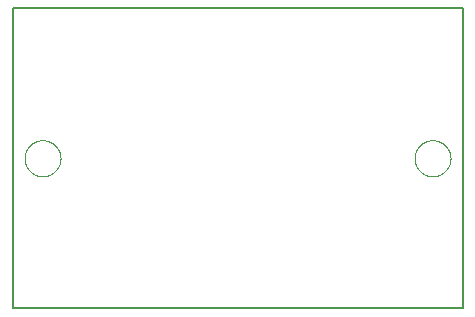
<source format=gko>
G75*
%MOIN*%
%OFA0B0*%
%FSLAX25Y25*%
%IPPOS*%
%LPD*%
%AMOC8*
5,1,8,0,0,1.08239X$1,22.5*
%
%ADD10C,0.00800*%
%ADD11C,0.00000*%
D10*
X0093333Y0281400D02*
X0093333Y0381400D01*
X0243333Y0381400D01*
X0243333Y0281400D01*
X0093333Y0281400D01*
D11*
X0097333Y0331400D02*
X0097335Y0331554D01*
X0097341Y0331709D01*
X0097351Y0331863D01*
X0097365Y0332017D01*
X0097383Y0332170D01*
X0097404Y0332323D01*
X0097430Y0332476D01*
X0097460Y0332627D01*
X0097493Y0332778D01*
X0097531Y0332928D01*
X0097572Y0333077D01*
X0097617Y0333225D01*
X0097666Y0333371D01*
X0097719Y0333517D01*
X0097775Y0333660D01*
X0097835Y0333803D01*
X0097899Y0333943D01*
X0097966Y0334083D01*
X0098037Y0334220D01*
X0098111Y0334355D01*
X0098189Y0334489D01*
X0098270Y0334620D01*
X0098355Y0334749D01*
X0098443Y0334877D01*
X0098534Y0335001D01*
X0098628Y0335124D01*
X0098726Y0335244D01*
X0098826Y0335361D01*
X0098930Y0335476D01*
X0099036Y0335588D01*
X0099145Y0335697D01*
X0099257Y0335803D01*
X0099372Y0335907D01*
X0099489Y0336007D01*
X0099609Y0336105D01*
X0099732Y0336199D01*
X0099856Y0336290D01*
X0099984Y0336378D01*
X0100113Y0336463D01*
X0100244Y0336544D01*
X0100378Y0336622D01*
X0100513Y0336696D01*
X0100650Y0336767D01*
X0100790Y0336834D01*
X0100930Y0336898D01*
X0101073Y0336958D01*
X0101216Y0337014D01*
X0101362Y0337067D01*
X0101508Y0337116D01*
X0101656Y0337161D01*
X0101805Y0337202D01*
X0101955Y0337240D01*
X0102106Y0337273D01*
X0102257Y0337303D01*
X0102410Y0337329D01*
X0102563Y0337350D01*
X0102716Y0337368D01*
X0102870Y0337382D01*
X0103024Y0337392D01*
X0103179Y0337398D01*
X0103333Y0337400D01*
X0103487Y0337398D01*
X0103642Y0337392D01*
X0103796Y0337382D01*
X0103950Y0337368D01*
X0104103Y0337350D01*
X0104256Y0337329D01*
X0104409Y0337303D01*
X0104560Y0337273D01*
X0104711Y0337240D01*
X0104861Y0337202D01*
X0105010Y0337161D01*
X0105158Y0337116D01*
X0105304Y0337067D01*
X0105450Y0337014D01*
X0105593Y0336958D01*
X0105736Y0336898D01*
X0105876Y0336834D01*
X0106016Y0336767D01*
X0106153Y0336696D01*
X0106288Y0336622D01*
X0106422Y0336544D01*
X0106553Y0336463D01*
X0106682Y0336378D01*
X0106810Y0336290D01*
X0106934Y0336199D01*
X0107057Y0336105D01*
X0107177Y0336007D01*
X0107294Y0335907D01*
X0107409Y0335803D01*
X0107521Y0335697D01*
X0107630Y0335588D01*
X0107736Y0335476D01*
X0107840Y0335361D01*
X0107940Y0335244D01*
X0108038Y0335124D01*
X0108132Y0335001D01*
X0108223Y0334877D01*
X0108311Y0334749D01*
X0108396Y0334620D01*
X0108477Y0334489D01*
X0108555Y0334355D01*
X0108629Y0334220D01*
X0108700Y0334083D01*
X0108767Y0333943D01*
X0108831Y0333803D01*
X0108891Y0333660D01*
X0108947Y0333517D01*
X0109000Y0333371D01*
X0109049Y0333225D01*
X0109094Y0333077D01*
X0109135Y0332928D01*
X0109173Y0332778D01*
X0109206Y0332627D01*
X0109236Y0332476D01*
X0109262Y0332323D01*
X0109283Y0332170D01*
X0109301Y0332017D01*
X0109315Y0331863D01*
X0109325Y0331709D01*
X0109331Y0331554D01*
X0109333Y0331400D01*
X0109331Y0331246D01*
X0109325Y0331091D01*
X0109315Y0330937D01*
X0109301Y0330783D01*
X0109283Y0330630D01*
X0109262Y0330477D01*
X0109236Y0330324D01*
X0109206Y0330173D01*
X0109173Y0330022D01*
X0109135Y0329872D01*
X0109094Y0329723D01*
X0109049Y0329575D01*
X0109000Y0329429D01*
X0108947Y0329283D01*
X0108891Y0329140D01*
X0108831Y0328997D01*
X0108767Y0328857D01*
X0108700Y0328717D01*
X0108629Y0328580D01*
X0108555Y0328445D01*
X0108477Y0328311D01*
X0108396Y0328180D01*
X0108311Y0328051D01*
X0108223Y0327923D01*
X0108132Y0327799D01*
X0108038Y0327676D01*
X0107940Y0327556D01*
X0107840Y0327439D01*
X0107736Y0327324D01*
X0107630Y0327212D01*
X0107521Y0327103D01*
X0107409Y0326997D01*
X0107294Y0326893D01*
X0107177Y0326793D01*
X0107057Y0326695D01*
X0106934Y0326601D01*
X0106810Y0326510D01*
X0106682Y0326422D01*
X0106553Y0326337D01*
X0106422Y0326256D01*
X0106288Y0326178D01*
X0106153Y0326104D01*
X0106016Y0326033D01*
X0105876Y0325966D01*
X0105736Y0325902D01*
X0105593Y0325842D01*
X0105450Y0325786D01*
X0105304Y0325733D01*
X0105158Y0325684D01*
X0105010Y0325639D01*
X0104861Y0325598D01*
X0104711Y0325560D01*
X0104560Y0325527D01*
X0104409Y0325497D01*
X0104256Y0325471D01*
X0104103Y0325450D01*
X0103950Y0325432D01*
X0103796Y0325418D01*
X0103642Y0325408D01*
X0103487Y0325402D01*
X0103333Y0325400D01*
X0103179Y0325402D01*
X0103024Y0325408D01*
X0102870Y0325418D01*
X0102716Y0325432D01*
X0102563Y0325450D01*
X0102410Y0325471D01*
X0102257Y0325497D01*
X0102106Y0325527D01*
X0101955Y0325560D01*
X0101805Y0325598D01*
X0101656Y0325639D01*
X0101508Y0325684D01*
X0101362Y0325733D01*
X0101216Y0325786D01*
X0101073Y0325842D01*
X0100930Y0325902D01*
X0100790Y0325966D01*
X0100650Y0326033D01*
X0100513Y0326104D01*
X0100378Y0326178D01*
X0100244Y0326256D01*
X0100113Y0326337D01*
X0099984Y0326422D01*
X0099856Y0326510D01*
X0099732Y0326601D01*
X0099609Y0326695D01*
X0099489Y0326793D01*
X0099372Y0326893D01*
X0099257Y0326997D01*
X0099145Y0327103D01*
X0099036Y0327212D01*
X0098930Y0327324D01*
X0098826Y0327439D01*
X0098726Y0327556D01*
X0098628Y0327676D01*
X0098534Y0327799D01*
X0098443Y0327923D01*
X0098355Y0328051D01*
X0098270Y0328180D01*
X0098189Y0328311D01*
X0098111Y0328445D01*
X0098037Y0328580D01*
X0097966Y0328717D01*
X0097899Y0328857D01*
X0097835Y0328997D01*
X0097775Y0329140D01*
X0097719Y0329283D01*
X0097666Y0329429D01*
X0097617Y0329575D01*
X0097572Y0329723D01*
X0097531Y0329872D01*
X0097493Y0330022D01*
X0097460Y0330173D01*
X0097430Y0330324D01*
X0097404Y0330477D01*
X0097383Y0330630D01*
X0097365Y0330783D01*
X0097351Y0330937D01*
X0097341Y0331091D01*
X0097335Y0331246D01*
X0097333Y0331400D01*
X0227333Y0331400D02*
X0227335Y0331554D01*
X0227341Y0331709D01*
X0227351Y0331863D01*
X0227365Y0332017D01*
X0227383Y0332170D01*
X0227404Y0332323D01*
X0227430Y0332476D01*
X0227460Y0332627D01*
X0227493Y0332778D01*
X0227531Y0332928D01*
X0227572Y0333077D01*
X0227617Y0333225D01*
X0227666Y0333371D01*
X0227719Y0333517D01*
X0227775Y0333660D01*
X0227835Y0333803D01*
X0227899Y0333943D01*
X0227966Y0334083D01*
X0228037Y0334220D01*
X0228111Y0334355D01*
X0228189Y0334489D01*
X0228270Y0334620D01*
X0228355Y0334749D01*
X0228443Y0334877D01*
X0228534Y0335001D01*
X0228628Y0335124D01*
X0228726Y0335244D01*
X0228826Y0335361D01*
X0228930Y0335476D01*
X0229036Y0335588D01*
X0229145Y0335697D01*
X0229257Y0335803D01*
X0229372Y0335907D01*
X0229489Y0336007D01*
X0229609Y0336105D01*
X0229732Y0336199D01*
X0229856Y0336290D01*
X0229984Y0336378D01*
X0230113Y0336463D01*
X0230244Y0336544D01*
X0230378Y0336622D01*
X0230513Y0336696D01*
X0230650Y0336767D01*
X0230790Y0336834D01*
X0230930Y0336898D01*
X0231073Y0336958D01*
X0231216Y0337014D01*
X0231362Y0337067D01*
X0231508Y0337116D01*
X0231656Y0337161D01*
X0231805Y0337202D01*
X0231955Y0337240D01*
X0232106Y0337273D01*
X0232257Y0337303D01*
X0232410Y0337329D01*
X0232563Y0337350D01*
X0232716Y0337368D01*
X0232870Y0337382D01*
X0233024Y0337392D01*
X0233179Y0337398D01*
X0233333Y0337400D01*
X0233487Y0337398D01*
X0233642Y0337392D01*
X0233796Y0337382D01*
X0233950Y0337368D01*
X0234103Y0337350D01*
X0234256Y0337329D01*
X0234409Y0337303D01*
X0234560Y0337273D01*
X0234711Y0337240D01*
X0234861Y0337202D01*
X0235010Y0337161D01*
X0235158Y0337116D01*
X0235304Y0337067D01*
X0235450Y0337014D01*
X0235593Y0336958D01*
X0235736Y0336898D01*
X0235876Y0336834D01*
X0236016Y0336767D01*
X0236153Y0336696D01*
X0236288Y0336622D01*
X0236422Y0336544D01*
X0236553Y0336463D01*
X0236682Y0336378D01*
X0236810Y0336290D01*
X0236934Y0336199D01*
X0237057Y0336105D01*
X0237177Y0336007D01*
X0237294Y0335907D01*
X0237409Y0335803D01*
X0237521Y0335697D01*
X0237630Y0335588D01*
X0237736Y0335476D01*
X0237840Y0335361D01*
X0237940Y0335244D01*
X0238038Y0335124D01*
X0238132Y0335001D01*
X0238223Y0334877D01*
X0238311Y0334749D01*
X0238396Y0334620D01*
X0238477Y0334489D01*
X0238555Y0334355D01*
X0238629Y0334220D01*
X0238700Y0334083D01*
X0238767Y0333943D01*
X0238831Y0333803D01*
X0238891Y0333660D01*
X0238947Y0333517D01*
X0239000Y0333371D01*
X0239049Y0333225D01*
X0239094Y0333077D01*
X0239135Y0332928D01*
X0239173Y0332778D01*
X0239206Y0332627D01*
X0239236Y0332476D01*
X0239262Y0332323D01*
X0239283Y0332170D01*
X0239301Y0332017D01*
X0239315Y0331863D01*
X0239325Y0331709D01*
X0239331Y0331554D01*
X0239333Y0331400D01*
X0239331Y0331246D01*
X0239325Y0331091D01*
X0239315Y0330937D01*
X0239301Y0330783D01*
X0239283Y0330630D01*
X0239262Y0330477D01*
X0239236Y0330324D01*
X0239206Y0330173D01*
X0239173Y0330022D01*
X0239135Y0329872D01*
X0239094Y0329723D01*
X0239049Y0329575D01*
X0239000Y0329429D01*
X0238947Y0329283D01*
X0238891Y0329140D01*
X0238831Y0328997D01*
X0238767Y0328857D01*
X0238700Y0328717D01*
X0238629Y0328580D01*
X0238555Y0328445D01*
X0238477Y0328311D01*
X0238396Y0328180D01*
X0238311Y0328051D01*
X0238223Y0327923D01*
X0238132Y0327799D01*
X0238038Y0327676D01*
X0237940Y0327556D01*
X0237840Y0327439D01*
X0237736Y0327324D01*
X0237630Y0327212D01*
X0237521Y0327103D01*
X0237409Y0326997D01*
X0237294Y0326893D01*
X0237177Y0326793D01*
X0237057Y0326695D01*
X0236934Y0326601D01*
X0236810Y0326510D01*
X0236682Y0326422D01*
X0236553Y0326337D01*
X0236422Y0326256D01*
X0236288Y0326178D01*
X0236153Y0326104D01*
X0236016Y0326033D01*
X0235876Y0325966D01*
X0235736Y0325902D01*
X0235593Y0325842D01*
X0235450Y0325786D01*
X0235304Y0325733D01*
X0235158Y0325684D01*
X0235010Y0325639D01*
X0234861Y0325598D01*
X0234711Y0325560D01*
X0234560Y0325527D01*
X0234409Y0325497D01*
X0234256Y0325471D01*
X0234103Y0325450D01*
X0233950Y0325432D01*
X0233796Y0325418D01*
X0233642Y0325408D01*
X0233487Y0325402D01*
X0233333Y0325400D01*
X0233179Y0325402D01*
X0233024Y0325408D01*
X0232870Y0325418D01*
X0232716Y0325432D01*
X0232563Y0325450D01*
X0232410Y0325471D01*
X0232257Y0325497D01*
X0232106Y0325527D01*
X0231955Y0325560D01*
X0231805Y0325598D01*
X0231656Y0325639D01*
X0231508Y0325684D01*
X0231362Y0325733D01*
X0231216Y0325786D01*
X0231073Y0325842D01*
X0230930Y0325902D01*
X0230790Y0325966D01*
X0230650Y0326033D01*
X0230513Y0326104D01*
X0230378Y0326178D01*
X0230244Y0326256D01*
X0230113Y0326337D01*
X0229984Y0326422D01*
X0229856Y0326510D01*
X0229732Y0326601D01*
X0229609Y0326695D01*
X0229489Y0326793D01*
X0229372Y0326893D01*
X0229257Y0326997D01*
X0229145Y0327103D01*
X0229036Y0327212D01*
X0228930Y0327324D01*
X0228826Y0327439D01*
X0228726Y0327556D01*
X0228628Y0327676D01*
X0228534Y0327799D01*
X0228443Y0327923D01*
X0228355Y0328051D01*
X0228270Y0328180D01*
X0228189Y0328311D01*
X0228111Y0328445D01*
X0228037Y0328580D01*
X0227966Y0328717D01*
X0227899Y0328857D01*
X0227835Y0328997D01*
X0227775Y0329140D01*
X0227719Y0329283D01*
X0227666Y0329429D01*
X0227617Y0329575D01*
X0227572Y0329723D01*
X0227531Y0329872D01*
X0227493Y0330022D01*
X0227460Y0330173D01*
X0227430Y0330324D01*
X0227404Y0330477D01*
X0227383Y0330630D01*
X0227365Y0330783D01*
X0227351Y0330937D01*
X0227341Y0331091D01*
X0227335Y0331246D01*
X0227333Y0331400D01*
M02*

</source>
